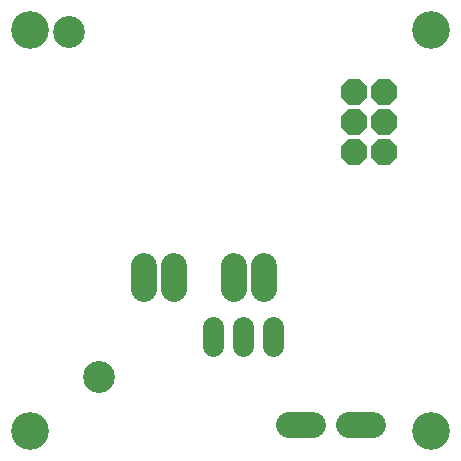
<source format=gbr>
G04 EAGLE Gerber RS-274X export*
G75*
%MOMM*%
%FSLAX34Y34*%
%LPD*%
%INSoldermask Bottom*%
%IPPOS*%
%AMOC8*
5,1,8,0,0,1.08239X$1,22.5*%
G01*
G04 Define Apertures*
%ADD10C,3.203200*%
%ADD11P,2.40204X8X112.5*%
%ADD12C,2.219200*%
%ADD13C,1.803200*%
%ADD14C,2.703200*%
D10*
X30000Y30000D03*
X370000Y370000D03*
X370000Y30000D03*
X30000Y370000D03*
D11*
X304800Y266700D03*
X330200Y266700D03*
X304800Y292100D03*
X330200Y292100D03*
X304800Y317500D03*
X330200Y317500D03*
D12*
X203200Y170080D02*
X203200Y149920D01*
X228600Y149920D02*
X228600Y170080D01*
X127000Y170080D02*
X127000Y149920D01*
X152400Y149920D02*
X152400Y170080D01*
D13*
X235400Y118000D02*
X235400Y102000D01*
X210000Y102000D02*
X210000Y118000D01*
X184600Y118000D02*
X184600Y102000D01*
D12*
X249520Y35000D02*
X269680Y35000D01*
X300320Y35000D02*
X320480Y35000D01*
D14*
X88900Y76200D03*
X63500Y368300D03*
M02*

</source>
